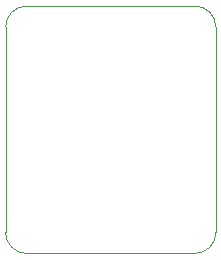
<source format=gbr>
%TF.GenerationSoftware,KiCad,Pcbnew,8.0.3*%
%TF.CreationDate,2024-07-22T10:14:55+02:00*%
%TF.ProjectId,Untitled,556e7469-746c-4656-942e-6b696361645f,rev?*%
%TF.SameCoordinates,Original*%
%TF.FileFunction,Profile,NP*%
%FSLAX46Y46*%
G04 Gerber Fmt 4.6, Leading zero omitted, Abs format (unit mm)*
G04 Created by KiCad (PCBNEW 8.0.3) date 2024-07-22 10:14:55*
%MOMM*%
%LPD*%
G01*
G04 APERTURE LIST*
%TA.AperFunction,Profile*%
%ADD10C,0.050000*%
%TD*%
G04 APERTURE END LIST*
D10*
X88531636Y-65849564D02*
X88531636Y-48450436D01*
X90309636Y-67627564D02*
G75*
G02*
X88531636Y-65849564I-36J1777964D01*
G01*
X88531636Y-48450436D02*
G75*
G02*
X90309636Y-46672436I1777964J36D01*
G01*
X104559164Y-46672436D02*
G75*
G02*
X106337164Y-48450436I36J-1777964D01*
G01*
X104559164Y-67627564D02*
X90309636Y-67627564D01*
X106337164Y-65849564D02*
G75*
G02*
X104559164Y-67627564I-1777964J-36D01*
G01*
X106337164Y-48450436D02*
X106337164Y-65849564D01*
X90309636Y-46672436D02*
X104559164Y-46672436D01*
M02*

</source>
